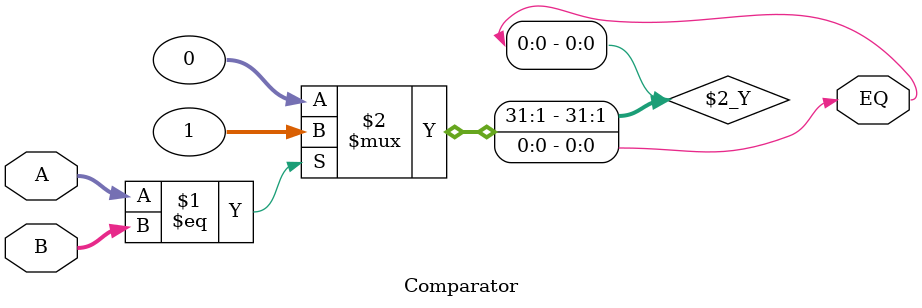
<source format=v>
module Comparator (
	input wire[7:0] A,
	input wire[7:0] B,
	output wire EQ
);

assign EQ = (A == B)? 1 : 0;

endmodule


</source>
